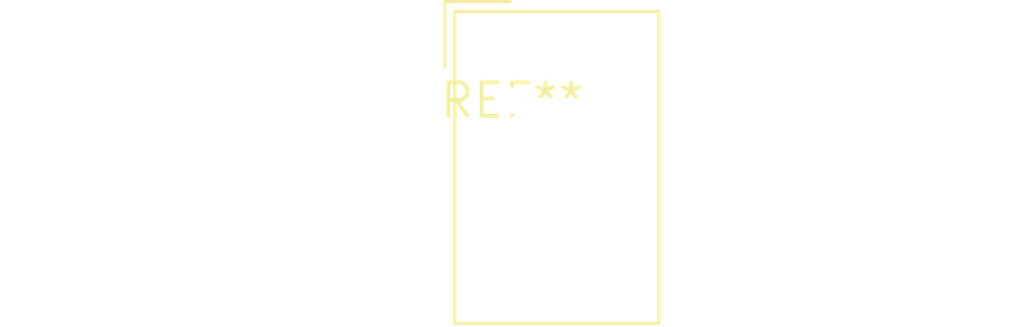
<source format=kicad_pcb>
(kicad_pcb (version 20240108) (generator pcbnew)
  (layers (0 "F.Cu" signal) (31 "B.Cu" signal) (34 "B.Paste" user) (35 "F.Paste" user) (36 "B.SilkS" user "B.Silkscreen") (37 "F.SilkS" user "F.Silkscreen") (38 "B.Mask" user) (39 "F.Mask" user) (44 "Edge.Cuts" user))
  (net 0 "")
  (footprint "Converter_DCDC_TRACO_TSR1-xxxxE_THT" (layer "F.Cu") (at 0 0)
    (property "Reference" "REF**")
    (property "Value" "Converter_DCDC_TRACO_TSR1-xxxxE_THT")
    (fp_line (start -2.55 -3.76) (end -0.05 -3.76) (layer "F.SilkS") (stroke (width 0.12)))
    (fp_line (start -2.55 -1.26) (end -2.55 -3.76) (layer "F.SilkS") (stroke (width 0.12)))
    (fp_line (start -2.17 -3.38) (end -2.17 8.46) (layer "F.SilkS") (stroke (width 0.12)))
    (fp_line (start -2.17 -3.38) (end 5.57 -3.38) (layer "F.SilkS") (stroke (width 0.12)))
    (fp_line (start -2.17 8.46) (end 5.57 8.46) (layer "F.SilkS") (stroke (width 0.12)))
    (fp_line (start 5.57 -3.38) (end 5.57 8.46) (layer "F.SilkS") (stroke (width 0.12)))
    (pad "1" thru_hole rect (at 0 0) (size 1.5 1.5) (drill 1) (layers *.Cu *.Mask) (remove_unused_layers))
    (pad "2" thru_hole circle (at 0 2.54) (size 1.5 1.5) (drill 1) (layers *.Cu *.Mask) (remove_unused_layers))
    (pad "3" thru_hole circle (at 0 5.08) (size 1.5 1.5) (drill 1) (layers *.Cu *.Mask) (remove_unused_layers))
  )
)
</source>
